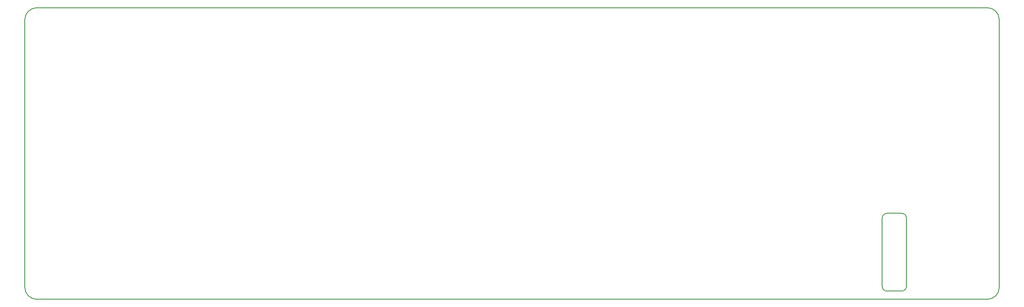
<source format=gbr>
%TF.GenerationSoftware,KiCad,Pcbnew,(5.0.0-rc2-dev-733-g23a9fcd91)*%
%TF.CreationDate,2018-05-26T11:51:58+02:00*%
%TF.ProjectId,CellsBoard,43656C6C73426F6172642E6B69636164,rev?*%
%TF.SameCoordinates,Original*%
%TF.FileFunction,Profile,NP*%
%FSLAX46Y46*%
G04 Gerber Fmt 4.6, Leading zero omitted, Abs format (unit mm)*
G04 Created by KiCad (PCBNEW (5.0.0-rc2-dev-733-g23a9fcd91)) date 05/26/18 11:51:58*
%MOMM*%
%LPD*%
G01*
G04 APERTURE LIST*
%ADD10C,0.150000*%
G04 APERTURE END LIST*
D10*
X226950000Y-132300000D02*
X229950000Y-132300000D01*
X225950000Y-147300000D02*
X225950000Y-133300000D01*
X229950000Y-148300000D02*
X226950000Y-148300000D01*
X230950000Y-133300000D02*
X230950000Y-147300000D01*
X226950000Y-148300000D02*
G75*
G02X225950000Y-147300000I0J1000000D01*
G01*
X225950000Y-133300000D02*
G75*
G02X226950000Y-132300000I1000000J0D01*
G01*
X229950000Y-132300000D02*
G75*
G02X230950000Y-133300000I0J-1000000D01*
G01*
X230950000Y-147300000D02*
G75*
G02X229950000Y-148300000I-1000000J0D01*
G01*
X247500000Y-90000000D02*
X52500000Y-90000000D01*
X247500000Y-90000000D02*
G75*
G02X250000000Y-92500000I0J-2500000D01*
G01*
X250000000Y-147500000D02*
X250000000Y-92500000D01*
X250000000Y-147500000D02*
G75*
G02X247500000Y-150000000I-2500000J0D01*
G01*
X52500000Y-150000000D02*
X247500000Y-150000000D01*
X52500000Y-150000000D02*
G75*
G02X50000000Y-147500000I0J2500000D01*
G01*
X50000000Y-92500000D02*
X50000000Y-147500000D01*
X50000000Y-92500000D02*
G75*
G02X52500000Y-90000000I2500000J0D01*
G01*
M02*

</source>
